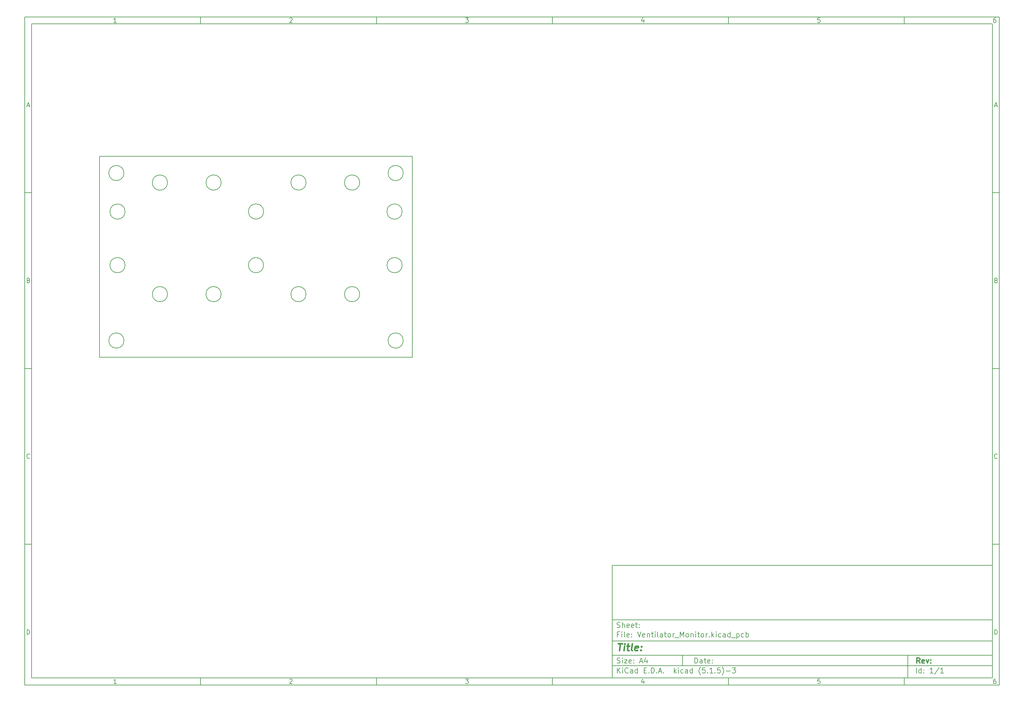
<source format=gbr>
G04 #@! TF.GenerationSoftware,KiCad,Pcbnew,(5.1.5)-3*
G04 #@! TF.CreationDate,2020-04-28T22:00:42-04:00*
G04 #@! TF.ProjectId,Ventilator_Monitor,56656e74-696c-4617-946f-725f4d6f6e69,rev?*
G04 #@! TF.SameCoordinates,Original*
G04 #@! TF.FileFunction,Profile,NP*
%FSLAX46Y46*%
G04 Gerber Fmt 4.6, Leading zero omitted, Abs format (unit mm)*
G04 Created by KiCad (PCBNEW (5.1.5)-3) date 2020-04-28 22:00:42*
%MOMM*%
%LPD*%
G04 APERTURE LIST*
%ADD10C,0.100000*%
%ADD11C,0.150000*%
%ADD12C,0.300000*%
%ADD13C,0.400000*%
%ADD14C,0.177800*%
G04 APERTURE END LIST*
D10*
D11*
X177002200Y-166007200D02*
X177002200Y-198007200D01*
X285002200Y-198007200D01*
X285002200Y-166007200D01*
X177002200Y-166007200D01*
D10*
D11*
X10000000Y-10000000D02*
X10000000Y-200007200D01*
X287002200Y-200007200D01*
X287002200Y-10000000D01*
X10000000Y-10000000D01*
D10*
D11*
X12000000Y-12000000D02*
X12000000Y-198007200D01*
X285002200Y-198007200D01*
X285002200Y-12000000D01*
X12000000Y-12000000D01*
D10*
D11*
X60000000Y-12000000D02*
X60000000Y-10000000D01*
D10*
D11*
X110000000Y-12000000D02*
X110000000Y-10000000D01*
D10*
D11*
X160000000Y-12000000D02*
X160000000Y-10000000D01*
D10*
D11*
X210000000Y-12000000D02*
X210000000Y-10000000D01*
D10*
D11*
X260000000Y-12000000D02*
X260000000Y-10000000D01*
D10*
D11*
X36065476Y-11588095D02*
X35322619Y-11588095D01*
X35694047Y-11588095D02*
X35694047Y-10288095D01*
X35570238Y-10473809D01*
X35446428Y-10597619D01*
X35322619Y-10659523D01*
D10*
D11*
X85322619Y-10411904D02*
X85384523Y-10350000D01*
X85508333Y-10288095D01*
X85817857Y-10288095D01*
X85941666Y-10350000D01*
X86003571Y-10411904D01*
X86065476Y-10535714D01*
X86065476Y-10659523D01*
X86003571Y-10845238D01*
X85260714Y-11588095D01*
X86065476Y-11588095D01*
D10*
D11*
X135260714Y-10288095D02*
X136065476Y-10288095D01*
X135632142Y-10783333D01*
X135817857Y-10783333D01*
X135941666Y-10845238D01*
X136003571Y-10907142D01*
X136065476Y-11030952D01*
X136065476Y-11340476D01*
X136003571Y-11464285D01*
X135941666Y-11526190D01*
X135817857Y-11588095D01*
X135446428Y-11588095D01*
X135322619Y-11526190D01*
X135260714Y-11464285D01*
D10*
D11*
X185941666Y-10721428D02*
X185941666Y-11588095D01*
X185632142Y-10226190D02*
X185322619Y-11154761D01*
X186127380Y-11154761D01*
D10*
D11*
X236003571Y-10288095D02*
X235384523Y-10288095D01*
X235322619Y-10907142D01*
X235384523Y-10845238D01*
X235508333Y-10783333D01*
X235817857Y-10783333D01*
X235941666Y-10845238D01*
X236003571Y-10907142D01*
X236065476Y-11030952D01*
X236065476Y-11340476D01*
X236003571Y-11464285D01*
X235941666Y-11526190D01*
X235817857Y-11588095D01*
X235508333Y-11588095D01*
X235384523Y-11526190D01*
X235322619Y-11464285D01*
D10*
D11*
X285941666Y-10288095D02*
X285694047Y-10288095D01*
X285570238Y-10350000D01*
X285508333Y-10411904D01*
X285384523Y-10597619D01*
X285322619Y-10845238D01*
X285322619Y-11340476D01*
X285384523Y-11464285D01*
X285446428Y-11526190D01*
X285570238Y-11588095D01*
X285817857Y-11588095D01*
X285941666Y-11526190D01*
X286003571Y-11464285D01*
X286065476Y-11340476D01*
X286065476Y-11030952D01*
X286003571Y-10907142D01*
X285941666Y-10845238D01*
X285817857Y-10783333D01*
X285570238Y-10783333D01*
X285446428Y-10845238D01*
X285384523Y-10907142D01*
X285322619Y-11030952D01*
D10*
D11*
X60000000Y-198007200D02*
X60000000Y-200007200D01*
D10*
D11*
X110000000Y-198007200D02*
X110000000Y-200007200D01*
D10*
D11*
X160000000Y-198007200D02*
X160000000Y-200007200D01*
D10*
D11*
X210000000Y-198007200D02*
X210000000Y-200007200D01*
D10*
D11*
X260000000Y-198007200D02*
X260000000Y-200007200D01*
D10*
D11*
X36065476Y-199595295D02*
X35322619Y-199595295D01*
X35694047Y-199595295D02*
X35694047Y-198295295D01*
X35570238Y-198481009D01*
X35446428Y-198604819D01*
X35322619Y-198666723D01*
D10*
D11*
X85322619Y-198419104D02*
X85384523Y-198357200D01*
X85508333Y-198295295D01*
X85817857Y-198295295D01*
X85941666Y-198357200D01*
X86003571Y-198419104D01*
X86065476Y-198542914D01*
X86065476Y-198666723D01*
X86003571Y-198852438D01*
X85260714Y-199595295D01*
X86065476Y-199595295D01*
D10*
D11*
X135260714Y-198295295D02*
X136065476Y-198295295D01*
X135632142Y-198790533D01*
X135817857Y-198790533D01*
X135941666Y-198852438D01*
X136003571Y-198914342D01*
X136065476Y-199038152D01*
X136065476Y-199347676D01*
X136003571Y-199471485D01*
X135941666Y-199533390D01*
X135817857Y-199595295D01*
X135446428Y-199595295D01*
X135322619Y-199533390D01*
X135260714Y-199471485D01*
D10*
D11*
X185941666Y-198728628D02*
X185941666Y-199595295D01*
X185632142Y-198233390D02*
X185322619Y-199161961D01*
X186127380Y-199161961D01*
D10*
D11*
X236003571Y-198295295D02*
X235384523Y-198295295D01*
X235322619Y-198914342D01*
X235384523Y-198852438D01*
X235508333Y-198790533D01*
X235817857Y-198790533D01*
X235941666Y-198852438D01*
X236003571Y-198914342D01*
X236065476Y-199038152D01*
X236065476Y-199347676D01*
X236003571Y-199471485D01*
X235941666Y-199533390D01*
X235817857Y-199595295D01*
X235508333Y-199595295D01*
X235384523Y-199533390D01*
X235322619Y-199471485D01*
D10*
D11*
X285941666Y-198295295D02*
X285694047Y-198295295D01*
X285570238Y-198357200D01*
X285508333Y-198419104D01*
X285384523Y-198604819D01*
X285322619Y-198852438D01*
X285322619Y-199347676D01*
X285384523Y-199471485D01*
X285446428Y-199533390D01*
X285570238Y-199595295D01*
X285817857Y-199595295D01*
X285941666Y-199533390D01*
X286003571Y-199471485D01*
X286065476Y-199347676D01*
X286065476Y-199038152D01*
X286003571Y-198914342D01*
X285941666Y-198852438D01*
X285817857Y-198790533D01*
X285570238Y-198790533D01*
X285446428Y-198852438D01*
X285384523Y-198914342D01*
X285322619Y-199038152D01*
D10*
D11*
X10000000Y-60000000D02*
X12000000Y-60000000D01*
D10*
D11*
X10000000Y-110000000D02*
X12000000Y-110000000D01*
D10*
D11*
X10000000Y-160000000D02*
X12000000Y-160000000D01*
D10*
D11*
X10690476Y-35216666D02*
X11309523Y-35216666D01*
X10566666Y-35588095D02*
X11000000Y-34288095D01*
X11433333Y-35588095D01*
D10*
D11*
X11092857Y-84907142D02*
X11278571Y-84969047D01*
X11340476Y-85030952D01*
X11402380Y-85154761D01*
X11402380Y-85340476D01*
X11340476Y-85464285D01*
X11278571Y-85526190D01*
X11154761Y-85588095D01*
X10659523Y-85588095D01*
X10659523Y-84288095D01*
X11092857Y-84288095D01*
X11216666Y-84350000D01*
X11278571Y-84411904D01*
X11340476Y-84535714D01*
X11340476Y-84659523D01*
X11278571Y-84783333D01*
X11216666Y-84845238D01*
X11092857Y-84907142D01*
X10659523Y-84907142D01*
D10*
D11*
X11402380Y-135464285D02*
X11340476Y-135526190D01*
X11154761Y-135588095D01*
X11030952Y-135588095D01*
X10845238Y-135526190D01*
X10721428Y-135402380D01*
X10659523Y-135278571D01*
X10597619Y-135030952D01*
X10597619Y-134845238D01*
X10659523Y-134597619D01*
X10721428Y-134473809D01*
X10845238Y-134350000D01*
X11030952Y-134288095D01*
X11154761Y-134288095D01*
X11340476Y-134350000D01*
X11402380Y-134411904D01*
D10*
D11*
X10659523Y-185588095D02*
X10659523Y-184288095D01*
X10969047Y-184288095D01*
X11154761Y-184350000D01*
X11278571Y-184473809D01*
X11340476Y-184597619D01*
X11402380Y-184845238D01*
X11402380Y-185030952D01*
X11340476Y-185278571D01*
X11278571Y-185402380D01*
X11154761Y-185526190D01*
X10969047Y-185588095D01*
X10659523Y-185588095D01*
D10*
D11*
X287002200Y-60000000D02*
X285002200Y-60000000D01*
D10*
D11*
X287002200Y-110000000D02*
X285002200Y-110000000D01*
D10*
D11*
X287002200Y-160000000D02*
X285002200Y-160000000D01*
D10*
D11*
X285692676Y-35216666D02*
X286311723Y-35216666D01*
X285568866Y-35588095D02*
X286002200Y-34288095D01*
X286435533Y-35588095D01*
D10*
D11*
X286095057Y-84907142D02*
X286280771Y-84969047D01*
X286342676Y-85030952D01*
X286404580Y-85154761D01*
X286404580Y-85340476D01*
X286342676Y-85464285D01*
X286280771Y-85526190D01*
X286156961Y-85588095D01*
X285661723Y-85588095D01*
X285661723Y-84288095D01*
X286095057Y-84288095D01*
X286218866Y-84350000D01*
X286280771Y-84411904D01*
X286342676Y-84535714D01*
X286342676Y-84659523D01*
X286280771Y-84783333D01*
X286218866Y-84845238D01*
X286095057Y-84907142D01*
X285661723Y-84907142D01*
D10*
D11*
X286404580Y-135464285D02*
X286342676Y-135526190D01*
X286156961Y-135588095D01*
X286033152Y-135588095D01*
X285847438Y-135526190D01*
X285723628Y-135402380D01*
X285661723Y-135278571D01*
X285599819Y-135030952D01*
X285599819Y-134845238D01*
X285661723Y-134597619D01*
X285723628Y-134473809D01*
X285847438Y-134350000D01*
X286033152Y-134288095D01*
X286156961Y-134288095D01*
X286342676Y-134350000D01*
X286404580Y-134411904D01*
D10*
D11*
X285661723Y-185588095D02*
X285661723Y-184288095D01*
X285971247Y-184288095D01*
X286156961Y-184350000D01*
X286280771Y-184473809D01*
X286342676Y-184597619D01*
X286404580Y-184845238D01*
X286404580Y-185030952D01*
X286342676Y-185278571D01*
X286280771Y-185402380D01*
X286156961Y-185526190D01*
X285971247Y-185588095D01*
X285661723Y-185588095D01*
D10*
D11*
X200434342Y-193785771D02*
X200434342Y-192285771D01*
X200791485Y-192285771D01*
X201005771Y-192357200D01*
X201148628Y-192500057D01*
X201220057Y-192642914D01*
X201291485Y-192928628D01*
X201291485Y-193142914D01*
X201220057Y-193428628D01*
X201148628Y-193571485D01*
X201005771Y-193714342D01*
X200791485Y-193785771D01*
X200434342Y-193785771D01*
X202577200Y-193785771D02*
X202577200Y-193000057D01*
X202505771Y-192857200D01*
X202362914Y-192785771D01*
X202077200Y-192785771D01*
X201934342Y-192857200D01*
X202577200Y-193714342D02*
X202434342Y-193785771D01*
X202077200Y-193785771D01*
X201934342Y-193714342D01*
X201862914Y-193571485D01*
X201862914Y-193428628D01*
X201934342Y-193285771D01*
X202077200Y-193214342D01*
X202434342Y-193214342D01*
X202577200Y-193142914D01*
X203077200Y-192785771D02*
X203648628Y-192785771D01*
X203291485Y-192285771D02*
X203291485Y-193571485D01*
X203362914Y-193714342D01*
X203505771Y-193785771D01*
X203648628Y-193785771D01*
X204720057Y-193714342D02*
X204577200Y-193785771D01*
X204291485Y-193785771D01*
X204148628Y-193714342D01*
X204077200Y-193571485D01*
X204077200Y-193000057D01*
X204148628Y-192857200D01*
X204291485Y-192785771D01*
X204577200Y-192785771D01*
X204720057Y-192857200D01*
X204791485Y-193000057D01*
X204791485Y-193142914D01*
X204077200Y-193285771D01*
X205434342Y-193642914D02*
X205505771Y-193714342D01*
X205434342Y-193785771D01*
X205362914Y-193714342D01*
X205434342Y-193642914D01*
X205434342Y-193785771D01*
X205434342Y-192857200D02*
X205505771Y-192928628D01*
X205434342Y-193000057D01*
X205362914Y-192928628D01*
X205434342Y-192857200D01*
X205434342Y-193000057D01*
D10*
D11*
X177002200Y-194507200D02*
X285002200Y-194507200D01*
D10*
D11*
X178434342Y-196585771D02*
X178434342Y-195085771D01*
X179291485Y-196585771D02*
X178648628Y-195728628D01*
X179291485Y-195085771D02*
X178434342Y-195942914D01*
X179934342Y-196585771D02*
X179934342Y-195585771D01*
X179934342Y-195085771D02*
X179862914Y-195157200D01*
X179934342Y-195228628D01*
X180005771Y-195157200D01*
X179934342Y-195085771D01*
X179934342Y-195228628D01*
X181505771Y-196442914D02*
X181434342Y-196514342D01*
X181220057Y-196585771D01*
X181077200Y-196585771D01*
X180862914Y-196514342D01*
X180720057Y-196371485D01*
X180648628Y-196228628D01*
X180577200Y-195942914D01*
X180577200Y-195728628D01*
X180648628Y-195442914D01*
X180720057Y-195300057D01*
X180862914Y-195157200D01*
X181077200Y-195085771D01*
X181220057Y-195085771D01*
X181434342Y-195157200D01*
X181505771Y-195228628D01*
X182791485Y-196585771D02*
X182791485Y-195800057D01*
X182720057Y-195657200D01*
X182577200Y-195585771D01*
X182291485Y-195585771D01*
X182148628Y-195657200D01*
X182791485Y-196514342D02*
X182648628Y-196585771D01*
X182291485Y-196585771D01*
X182148628Y-196514342D01*
X182077200Y-196371485D01*
X182077200Y-196228628D01*
X182148628Y-196085771D01*
X182291485Y-196014342D01*
X182648628Y-196014342D01*
X182791485Y-195942914D01*
X184148628Y-196585771D02*
X184148628Y-195085771D01*
X184148628Y-196514342D02*
X184005771Y-196585771D01*
X183720057Y-196585771D01*
X183577200Y-196514342D01*
X183505771Y-196442914D01*
X183434342Y-196300057D01*
X183434342Y-195871485D01*
X183505771Y-195728628D01*
X183577200Y-195657200D01*
X183720057Y-195585771D01*
X184005771Y-195585771D01*
X184148628Y-195657200D01*
X186005771Y-195800057D02*
X186505771Y-195800057D01*
X186720057Y-196585771D02*
X186005771Y-196585771D01*
X186005771Y-195085771D01*
X186720057Y-195085771D01*
X187362914Y-196442914D02*
X187434342Y-196514342D01*
X187362914Y-196585771D01*
X187291485Y-196514342D01*
X187362914Y-196442914D01*
X187362914Y-196585771D01*
X188077200Y-196585771D02*
X188077200Y-195085771D01*
X188434342Y-195085771D01*
X188648628Y-195157200D01*
X188791485Y-195300057D01*
X188862914Y-195442914D01*
X188934342Y-195728628D01*
X188934342Y-195942914D01*
X188862914Y-196228628D01*
X188791485Y-196371485D01*
X188648628Y-196514342D01*
X188434342Y-196585771D01*
X188077200Y-196585771D01*
X189577200Y-196442914D02*
X189648628Y-196514342D01*
X189577200Y-196585771D01*
X189505771Y-196514342D01*
X189577200Y-196442914D01*
X189577200Y-196585771D01*
X190220057Y-196157200D02*
X190934342Y-196157200D01*
X190077200Y-196585771D02*
X190577200Y-195085771D01*
X191077200Y-196585771D01*
X191577200Y-196442914D02*
X191648628Y-196514342D01*
X191577200Y-196585771D01*
X191505771Y-196514342D01*
X191577200Y-196442914D01*
X191577200Y-196585771D01*
X194577200Y-196585771D02*
X194577200Y-195085771D01*
X194720057Y-196014342D02*
X195148628Y-196585771D01*
X195148628Y-195585771D02*
X194577200Y-196157200D01*
X195791485Y-196585771D02*
X195791485Y-195585771D01*
X195791485Y-195085771D02*
X195720057Y-195157200D01*
X195791485Y-195228628D01*
X195862914Y-195157200D01*
X195791485Y-195085771D01*
X195791485Y-195228628D01*
X197148628Y-196514342D02*
X197005771Y-196585771D01*
X196720057Y-196585771D01*
X196577200Y-196514342D01*
X196505771Y-196442914D01*
X196434342Y-196300057D01*
X196434342Y-195871485D01*
X196505771Y-195728628D01*
X196577200Y-195657200D01*
X196720057Y-195585771D01*
X197005771Y-195585771D01*
X197148628Y-195657200D01*
X198434342Y-196585771D02*
X198434342Y-195800057D01*
X198362914Y-195657200D01*
X198220057Y-195585771D01*
X197934342Y-195585771D01*
X197791485Y-195657200D01*
X198434342Y-196514342D02*
X198291485Y-196585771D01*
X197934342Y-196585771D01*
X197791485Y-196514342D01*
X197720057Y-196371485D01*
X197720057Y-196228628D01*
X197791485Y-196085771D01*
X197934342Y-196014342D01*
X198291485Y-196014342D01*
X198434342Y-195942914D01*
X199791485Y-196585771D02*
X199791485Y-195085771D01*
X199791485Y-196514342D02*
X199648628Y-196585771D01*
X199362914Y-196585771D01*
X199220057Y-196514342D01*
X199148628Y-196442914D01*
X199077200Y-196300057D01*
X199077200Y-195871485D01*
X199148628Y-195728628D01*
X199220057Y-195657200D01*
X199362914Y-195585771D01*
X199648628Y-195585771D01*
X199791485Y-195657200D01*
X202077200Y-197157200D02*
X202005771Y-197085771D01*
X201862914Y-196871485D01*
X201791485Y-196728628D01*
X201720057Y-196514342D01*
X201648628Y-196157200D01*
X201648628Y-195871485D01*
X201720057Y-195514342D01*
X201791485Y-195300057D01*
X201862914Y-195157200D01*
X202005771Y-194942914D01*
X202077200Y-194871485D01*
X203362914Y-195085771D02*
X202648628Y-195085771D01*
X202577200Y-195800057D01*
X202648628Y-195728628D01*
X202791485Y-195657200D01*
X203148628Y-195657200D01*
X203291485Y-195728628D01*
X203362914Y-195800057D01*
X203434342Y-195942914D01*
X203434342Y-196300057D01*
X203362914Y-196442914D01*
X203291485Y-196514342D01*
X203148628Y-196585771D01*
X202791485Y-196585771D01*
X202648628Y-196514342D01*
X202577200Y-196442914D01*
X204077200Y-196442914D02*
X204148628Y-196514342D01*
X204077200Y-196585771D01*
X204005771Y-196514342D01*
X204077200Y-196442914D01*
X204077200Y-196585771D01*
X205577200Y-196585771D02*
X204720057Y-196585771D01*
X205148628Y-196585771D02*
X205148628Y-195085771D01*
X205005771Y-195300057D01*
X204862914Y-195442914D01*
X204720057Y-195514342D01*
X206220057Y-196442914D02*
X206291485Y-196514342D01*
X206220057Y-196585771D01*
X206148628Y-196514342D01*
X206220057Y-196442914D01*
X206220057Y-196585771D01*
X207648628Y-195085771D02*
X206934342Y-195085771D01*
X206862914Y-195800057D01*
X206934342Y-195728628D01*
X207077200Y-195657200D01*
X207434342Y-195657200D01*
X207577200Y-195728628D01*
X207648628Y-195800057D01*
X207720057Y-195942914D01*
X207720057Y-196300057D01*
X207648628Y-196442914D01*
X207577200Y-196514342D01*
X207434342Y-196585771D01*
X207077200Y-196585771D01*
X206934342Y-196514342D01*
X206862914Y-196442914D01*
X208220057Y-197157200D02*
X208291485Y-197085771D01*
X208434342Y-196871485D01*
X208505771Y-196728628D01*
X208577200Y-196514342D01*
X208648628Y-196157200D01*
X208648628Y-195871485D01*
X208577200Y-195514342D01*
X208505771Y-195300057D01*
X208434342Y-195157200D01*
X208291485Y-194942914D01*
X208220057Y-194871485D01*
X209362914Y-196014342D02*
X210505771Y-196014342D01*
X211077200Y-195085771D02*
X212005771Y-195085771D01*
X211505771Y-195657200D01*
X211720057Y-195657200D01*
X211862914Y-195728628D01*
X211934342Y-195800057D01*
X212005771Y-195942914D01*
X212005771Y-196300057D01*
X211934342Y-196442914D01*
X211862914Y-196514342D01*
X211720057Y-196585771D01*
X211291485Y-196585771D01*
X211148628Y-196514342D01*
X211077200Y-196442914D01*
D10*
D11*
X177002200Y-191507200D02*
X285002200Y-191507200D01*
D10*
D12*
X264411485Y-193785771D02*
X263911485Y-193071485D01*
X263554342Y-193785771D02*
X263554342Y-192285771D01*
X264125771Y-192285771D01*
X264268628Y-192357200D01*
X264340057Y-192428628D01*
X264411485Y-192571485D01*
X264411485Y-192785771D01*
X264340057Y-192928628D01*
X264268628Y-193000057D01*
X264125771Y-193071485D01*
X263554342Y-193071485D01*
X265625771Y-193714342D02*
X265482914Y-193785771D01*
X265197200Y-193785771D01*
X265054342Y-193714342D01*
X264982914Y-193571485D01*
X264982914Y-193000057D01*
X265054342Y-192857200D01*
X265197200Y-192785771D01*
X265482914Y-192785771D01*
X265625771Y-192857200D01*
X265697200Y-193000057D01*
X265697200Y-193142914D01*
X264982914Y-193285771D01*
X266197200Y-192785771D02*
X266554342Y-193785771D01*
X266911485Y-192785771D01*
X267482914Y-193642914D02*
X267554342Y-193714342D01*
X267482914Y-193785771D01*
X267411485Y-193714342D01*
X267482914Y-193642914D01*
X267482914Y-193785771D01*
X267482914Y-192857200D02*
X267554342Y-192928628D01*
X267482914Y-193000057D01*
X267411485Y-192928628D01*
X267482914Y-192857200D01*
X267482914Y-193000057D01*
D10*
D11*
X178362914Y-193714342D02*
X178577200Y-193785771D01*
X178934342Y-193785771D01*
X179077200Y-193714342D01*
X179148628Y-193642914D01*
X179220057Y-193500057D01*
X179220057Y-193357200D01*
X179148628Y-193214342D01*
X179077200Y-193142914D01*
X178934342Y-193071485D01*
X178648628Y-193000057D01*
X178505771Y-192928628D01*
X178434342Y-192857200D01*
X178362914Y-192714342D01*
X178362914Y-192571485D01*
X178434342Y-192428628D01*
X178505771Y-192357200D01*
X178648628Y-192285771D01*
X179005771Y-192285771D01*
X179220057Y-192357200D01*
X179862914Y-193785771D02*
X179862914Y-192785771D01*
X179862914Y-192285771D02*
X179791485Y-192357200D01*
X179862914Y-192428628D01*
X179934342Y-192357200D01*
X179862914Y-192285771D01*
X179862914Y-192428628D01*
X180434342Y-192785771D02*
X181220057Y-192785771D01*
X180434342Y-193785771D01*
X181220057Y-193785771D01*
X182362914Y-193714342D02*
X182220057Y-193785771D01*
X181934342Y-193785771D01*
X181791485Y-193714342D01*
X181720057Y-193571485D01*
X181720057Y-193000057D01*
X181791485Y-192857200D01*
X181934342Y-192785771D01*
X182220057Y-192785771D01*
X182362914Y-192857200D01*
X182434342Y-193000057D01*
X182434342Y-193142914D01*
X181720057Y-193285771D01*
X183077200Y-193642914D02*
X183148628Y-193714342D01*
X183077200Y-193785771D01*
X183005771Y-193714342D01*
X183077200Y-193642914D01*
X183077200Y-193785771D01*
X183077200Y-192857200D02*
X183148628Y-192928628D01*
X183077200Y-193000057D01*
X183005771Y-192928628D01*
X183077200Y-192857200D01*
X183077200Y-193000057D01*
X184862914Y-193357200D02*
X185577200Y-193357200D01*
X184720057Y-193785771D02*
X185220057Y-192285771D01*
X185720057Y-193785771D01*
X186862914Y-192785771D02*
X186862914Y-193785771D01*
X186505771Y-192214342D02*
X186148628Y-193285771D01*
X187077200Y-193285771D01*
D10*
D11*
X263434342Y-196585771D02*
X263434342Y-195085771D01*
X264791485Y-196585771D02*
X264791485Y-195085771D01*
X264791485Y-196514342D02*
X264648628Y-196585771D01*
X264362914Y-196585771D01*
X264220057Y-196514342D01*
X264148628Y-196442914D01*
X264077200Y-196300057D01*
X264077200Y-195871485D01*
X264148628Y-195728628D01*
X264220057Y-195657200D01*
X264362914Y-195585771D01*
X264648628Y-195585771D01*
X264791485Y-195657200D01*
X265505771Y-196442914D02*
X265577200Y-196514342D01*
X265505771Y-196585771D01*
X265434342Y-196514342D01*
X265505771Y-196442914D01*
X265505771Y-196585771D01*
X265505771Y-195657200D02*
X265577200Y-195728628D01*
X265505771Y-195800057D01*
X265434342Y-195728628D01*
X265505771Y-195657200D01*
X265505771Y-195800057D01*
X268148628Y-196585771D02*
X267291485Y-196585771D01*
X267720057Y-196585771D02*
X267720057Y-195085771D01*
X267577200Y-195300057D01*
X267434342Y-195442914D01*
X267291485Y-195514342D01*
X269862914Y-195014342D02*
X268577200Y-196942914D01*
X271148628Y-196585771D02*
X270291485Y-196585771D01*
X270720057Y-196585771D02*
X270720057Y-195085771D01*
X270577200Y-195300057D01*
X270434342Y-195442914D01*
X270291485Y-195514342D01*
D10*
D11*
X177002200Y-187507200D02*
X285002200Y-187507200D01*
D10*
D13*
X178714580Y-188211961D02*
X179857438Y-188211961D01*
X179036009Y-190211961D02*
X179286009Y-188211961D01*
X180274104Y-190211961D02*
X180440771Y-188878628D01*
X180524104Y-188211961D02*
X180416961Y-188307200D01*
X180500295Y-188402438D01*
X180607438Y-188307200D01*
X180524104Y-188211961D01*
X180500295Y-188402438D01*
X181107438Y-188878628D02*
X181869342Y-188878628D01*
X181476485Y-188211961D02*
X181262200Y-189926247D01*
X181333628Y-190116723D01*
X181512200Y-190211961D01*
X181702676Y-190211961D01*
X182655057Y-190211961D02*
X182476485Y-190116723D01*
X182405057Y-189926247D01*
X182619342Y-188211961D01*
X184190771Y-190116723D02*
X183988390Y-190211961D01*
X183607438Y-190211961D01*
X183428866Y-190116723D01*
X183357438Y-189926247D01*
X183452676Y-189164342D01*
X183571723Y-188973866D01*
X183774104Y-188878628D01*
X184155057Y-188878628D01*
X184333628Y-188973866D01*
X184405057Y-189164342D01*
X184381247Y-189354819D01*
X183405057Y-189545295D01*
X185155057Y-190021485D02*
X185238390Y-190116723D01*
X185131247Y-190211961D01*
X185047914Y-190116723D01*
X185155057Y-190021485D01*
X185131247Y-190211961D01*
X185286009Y-188973866D02*
X185369342Y-189069104D01*
X185262200Y-189164342D01*
X185178866Y-189069104D01*
X185286009Y-188973866D01*
X185262200Y-189164342D01*
D10*
D11*
X178934342Y-185600057D02*
X178434342Y-185600057D01*
X178434342Y-186385771D02*
X178434342Y-184885771D01*
X179148628Y-184885771D01*
X179720057Y-186385771D02*
X179720057Y-185385771D01*
X179720057Y-184885771D02*
X179648628Y-184957200D01*
X179720057Y-185028628D01*
X179791485Y-184957200D01*
X179720057Y-184885771D01*
X179720057Y-185028628D01*
X180648628Y-186385771D02*
X180505771Y-186314342D01*
X180434342Y-186171485D01*
X180434342Y-184885771D01*
X181791485Y-186314342D02*
X181648628Y-186385771D01*
X181362914Y-186385771D01*
X181220057Y-186314342D01*
X181148628Y-186171485D01*
X181148628Y-185600057D01*
X181220057Y-185457200D01*
X181362914Y-185385771D01*
X181648628Y-185385771D01*
X181791485Y-185457200D01*
X181862914Y-185600057D01*
X181862914Y-185742914D01*
X181148628Y-185885771D01*
X182505771Y-186242914D02*
X182577200Y-186314342D01*
X182505771Y-186385771D01*
X182434342Y-186314342D01*
X182505771Y-186242914D01*
X182505771Y-186385771D01*
X182505771Y-185457200D02*
X182577200Y-185528628D01*
X182505771Y-185600057D01*
X182434342Y-185528628D01*
X182505771Y-185457200D01*
X182505771Y-185600057D01*
X184148628Y-184885771D02*
X184648628Y-186385771D01*
X185148628Y-184885771D01*
X186220057Y-186314342D02*
X186077200Y-186385771D01*
X185791485Y-186385771D01*
X185648628Y-186314342D01*
X185577200Y-186171485D01*
X185577200Y-185600057D01*
X185648628Y-185457200D01*
X185791485Y-185385771D01*
X186077200Y-185385771D01*
X186220057Y-185457200D01*
X186291485Y-185600057D01*
X186291485Y-185742914D01*
X185577200Y-185885771D01*
X186934342Y-185385771D02*
X186934342Y-186385771D01*
X186934342Y-185528628D02*
X187005771Y-185457200D01*
X187148628Y-185385771D01*
X187362914Y-185385771D01*
X187505771Y-185457200D01*
X187577200Y-185600057D01*
X187577200Y-186385771D01*
X188077200Y-185385771D02*
X188648628Y-185385771D01*
X188291485Y-184885771D02*
X188291485Y-186171485D01*
X188362914Y-186314342D01*
X188505771Y-186385771D01*
X188648628Y-186385771D01*
X189148628Y-186385771D02*
X189148628Y-185385771D01*
X189148628Y-184885771D02*
X189077200Y-184957200D01*
X189148628Y-185028628D01*
X189220057Y-184957200D01*
X189148628Y-184885771D01*
X189148628Y-185028628D01*
X190077200Y-186385771D02*
X189934342Y-186314342D01*
X189862914Y-186171485D01*
X189862914Y-184885771D01*
X191291485Y-186385771D02*
X191291485Y-185600057D01*
X191220057Y-185457200D01*
X191077200Y-185385771D01*
X190791485Y-185385771D01*
X190648628Y-185457200D01*
X191291485Y-186314342D02*
X191148628Y-186385771D01*
X190791485Y-186385771D01*
X190648628Y-186314342D01*
X190577200Y-186171485D01*
X190577200Y-186028628D01*
X190648628Y-185885771D01*
X190791485Y-185814342D01*
X191148628Y-185814342D01*
X191291485Y-185742914D01*
X191791485Y-185385771D02*
X192362914Y-185385771D01*
X192005771Y-184885771D02*
X192005771Y-186171485D01*
X192077200Y-186314342D01*
X192220057Y-186385771D01*
X192362914Y-186385771D01*
X193077200Y-186385771D02*
X192934342Y-186314342D01*
X192862914Y-186242914D01*
X192791485Y-186100057D01*
X192791485Y-185671485D01*
X192862914Y-185528628D01*
X192934342Y-185457200D01*
X193077200Y-185385771D01*
X193291485Y-185385771D01*
X193434342Y-185457200D01*
X193505771Y-185528628D01*
X193577200Y-185671485D01*
X193577200Y-186100057D01*
X193505771Y-186242914D01*
X193434342Y-186314342D01*
X193291485Y-186385771D01*
X193077200Y-186385771D01*
X194220057Y-186385771D02*
X194220057Y-185385771D01*
X194220057Y-185671485D02*
X194291485Y-185528628D01*
X194362914Y-185457200D01*
X194505771Y-185385771D01*
X194648628Y-185385771D01*
X194791485Y-186528628D02*
X195934342Y-186528628D01*
X196291485Y-186385771D02*
X196291485Y-184885771D01*
X196791485Y-185957200D01*
X197291485Y-184885771D01*
X197291485Y-186385771D01*
X198220057Y-186385771D02*
X198077200Y-186314342D01*
X198005771Y-186242914D01*
X197934342Y-186100057D01*
X197934342Y-185671485D01*
X198005771Y-185528628D01*
X198077200Y-185457200D01*
X198220057Y-185385771D01*
X198434342Y-185385771D01*
X198577200Y-185457200D01*
X198648628Y-185528628D01*
X198720057Y-185671485D01*
X198720057Y-186100057D01*
X198648628Y-186242914D01*
X198577200Y-186314342D01*
X198434342Y-186385771D01*
X198220057Y-186385771D01*
X199362914Y-185385771D02*
X199362914Y-186385771D01*
X199362914Y-185528628D02*
X199434342Y-185457200D01*
X199577200Y-185385771D01*
X199791485Y-185385771D01*
X199934342Y-185457200D01*
X200005771Y-185600057D01*
X200005771Y-186385771D01*
X200720057Y-186385771D02*
X200720057Y-185385771D01*
X200720057Y-184885771D02*
X200648628Y-184957200D01*
X200720057Y-185028628D01*
X200791485Y-184957200D01*
X200720057Y-184885771D01*
X200720057Y-185028628D01*
X201220057Y-185385771D02*
X201791485Y-185385771D01*
X201434342Y-184885771D02*
X201434342Y-186171485D01*
X201505771Y-186314342D01*
X201648628Y-186385771D01*
X201791485Y-186385771D01*
X202505771Y-186385771D02*
X202362914Y-186314342D01*
X202291485Y-186242914D01*
X202220057Y-186100057D01*
X202220057Y-185671485D01*
X202291485Y-185528628D01*
X202362914Y-185457200D01*
X202505771Y-185385771D01*
X202720057Y-185385771D01*
X202862914Y-185457200D01*
X202934342Y-185528628D01*
X203005771Y-185671485D01*
X203005771Y-186100057D01*
X202934342Y-186242914D01*
X202862914Y-186314342D01*
X202720057Y-186385771D01*
X202505771Y-186385771D01*
X203648628Y-186385771D02*
X203648628Y-185385771D01*
X203648628Y-185671485D02*
X203720057Y-185528628D01*
X203791485Y-185457200D01*
X203934342Y-185385771D01*
X204077200Y-185385771D01*
X204577200Y-186242914D02*
X204648628Y-186314342D01*
X204577200Y-186385771D01*
X204505771Y-186314342D01*
X204577200Y-186242914D01*
X204577200Y-186385771D01*
X205291485Y-186385771D02*
X205291485Y-184885771D01*
X205434342Y-185814342D02*
X205862914Y-186385771D01*
X205862914Y-185385771D02*
X205291485Y-185957200D01*
X206505771Y-186385771D02*
X206505771Y-185385771D01*
X206505771Y-184885771D02*
X206434342Y-184957200D01*
X206505771Y-185028628D01*
X206577200Y-184957200D01*
X206505771Y-184885771D01*
X206505771Y-185028628D01*
X207862914Y-186314342D02*
X207720057Y-186385771D01*
X207434342Y-186385771D01*
X207291485Y-186314342D01*
X207220057Y-186242914D01*
X207148628Y-186100057D01*
X207148628Y-185671485D01*
X207220057Y-185528628D01*
X207291485Y-185457200D01*
X207434342Y-185385771D01*
X207720057Y-185385771D01*
X207862914Y-185457200D01*
X209148628Y-186385771D02*
X209148628Y-185600057D01*
X209077200Y-185457200D01*
X208934342Y-185385771D01*
X208648628Y-185385771D01*
X208505771Y-185457200D01*
X209148628Y-186314342D02*
X209005771Y-186385771D01*
X208648628Y-186385771D01*
X208505771Y-186314342D01*
X208434342Y-186171485D01*
X208434342Y-186028628D01*
X208505771Y-185885771D01*
X208648628Y-185814342D01*
X209005771Y-185814342D01*
X209148628Y-185742914D01*
X210505771Y-186385771D02*
X210505771Y-184885771D01*
X210505771Y-186314342D02*
X210362914Y-186385771D01*
X210077200Y-186385771D01*
X209934342Y-186314342D01*
X209862914Y-186242914D01*
X209791485Y-186100057D01*
X209791485Y-185671485D01*
X209862914Y-185528628D01*
X209934342Y-185457200D01*
X210077200Y-185385771D01*
X210362914Y-185385771D01*
X210505771Y-185457200D01*
X210862914Y-186528628D02*
X212005771Y-186528628D01*
X212362914Y-185385771D02*
X212362914Y-186885771D01*
X212362914Y-185457200D02*
X212505771Y-185385771D01*
X212791485Y-185385771D01*
X212934342Y-185457200D01*
X213005771Y-185528628D01*
X213077200Y-185671485D01*
X213077200Y-186100057D01*
X213005771Y-186242914D01*
X212934342Y-186314342D01*
X212791485Y-186385771D01*
X212505771Y-186385771D01*
X212362914Y-186314342D01*
X214362914Y-186314342D02*
X214220057Y-186385771D01*
X213934342Y-186385771D01*
X213791485Y-186314342D01*
X213720057Y-186242914D01*
X213648628Y-186100057D01*
X213648628Y-185671485D01*
X213720057Y-185528628D01*
X213791485Y-185457200D01*
X213934342Y-185385771D01*
X214220057Y-185385771D01*
X214362914Y-185457200D01*
X215005771Y-186385771D02*
X215005771Y-184885771D01*
X215005771Y-185457200D02*
X215148628Y-185385771D01*
X215434342Y-185385771D01*
X215577200Y-185457200D01*
X215648628Y-185528628D01*
X215720057Y-185671485D01*
X215720057Y-186100057D01*
X215648628Y-186242914D01*
X215577200Y-186314342D01*
X215434342Y-186385771D01*
X215148628Y-186385771D01*
X215005771Y-186314342D01*
D10*
D11*
X177002200Y-181507200D02*
X285002200Y-181507200D01*
D10*
D11*
X178362914Y-183614342D02*
X178577200Y-183685771D01*
X178934342Y-183685771D01*
X179077200Y-183614342D01*
X179148628Y-183542914D01*
X179220057Y-183400057D01*
X179220057Y-183257200D01*
X179148628Y-183114342D01*
X179077200Y-183042914D01*
X178934342Y-182971485D01*
X178648628Y-182900057D01*
X178505771Y-182828628D01*
X178434342Y-182757200D01*
X178362914Y-182614342D01*
X178362914Y-182471485D01*
X178434342Y-182328628D01*
X178505771Y-182257200D01*
X178648628Y-182185771D01*
X179005771Y-182185771D01*
X179220057Y-182257200D01*
X179862914Y-183685771D02*
X179862914Y-182185771D01*
X180505771Y-183685771D02*
X180505771Y-182900057D01*
X180434342Y-182757200D01*
X180291485Y-182685771D01*
X180077200Y-182685771D01*
X179934342Y-182757200D01*
X179862914Y-182828628D01*
X181791485Y-183614342D02*
X181648628Y-183685771D01*
X181362914Y-183685771D01*
X181220057Y-183614342D01*
X181148628Y-183471485D01*
X181148628Y-182900057D01*
X181220057Y-182757200D01*
X181362914Y-182685771D01*
X181648628Y-182685771D01*
X181791485Y-182757200D01*
X181862914Y-182900057D01*
X181862914Y-183042914D01*
X181148628Y-183185771D01*
X183077200Y-183614342D02*
X182934342Y-183685771D01*
X182648628Y-183685771D01*
X182505771Y-183614342D01*
X182434342Y-183471485D01*
X182434342Y-182900057D01*
X182505771Y-182757200D01*
X182648628Y-182685771D01*
X182934342Y-182685771D01*
X183077200Y-182757200D01*
X183148628Y-182900057D01*
X183148628Y-183042914D01*
X182434342Y-183185771D01*
X183577200Y-182685771D02*
X184148628Y-182685771D01*
X183791485Y-182185771D02*
X183791485Y-183471485D01*
X183862914Y-183614342D01*
X184005771Y-183685771D01*
X184148628Y-183685771D01*
X184648628Y-183542914D02*
X184720057Y-183614342D01*
X184648628Y-183685771D01*
X184577200Y-183614342D01*
X184648628Y-183542914D01*
X184648628Y-183685771D01*
X184648628Y-182757200D02*
X184720057Y-182828628D01*
X184648628Y-182900057D01*
X184577200Y-182828628D01*
X184648628Y-182757200D01*
X184648628Y-182900057D01*
D10*
D11*
X197002200Y-191507200D02*
X197002200Y-194507200D01*
D10*
D11*
X261002200Y-191507200D02*
X261002200Y-198007200D01*
D14*
X38219522Y-102031800D02*
G75*
G03X38219522Y-102031800I-2155261J0D01*
G01*
X38542108Y-80594200D02*
G75*
G03X38542108Y-80594200I-2156608J0D01*
G01*
X50605761Y-88845461D02*
G75*
G03X50605761Y-88845461I-2155261J0D01*
G01*
X65835791Y-88849200D02*
G75*
G03X65835791Y-88849200I-2157991J0D01*
G01*
X77895853Y-80594200D02*
G75*
G03X77895853Y-80594200I-2153053J0D01*
G01*
X89961901Y-88849200D02*
G75*
G03X89961901Y-88849200I-2154101J0D01*
G01*
X117591913Y-102034413D02*
G75*
G03X117591913Y-102034413I-2161613J0D01*
G01*
X105204259Y-88846658D02*
G75*
G03X105204259Y-88846658I-2156459J0D01*
G01*
X117288568Y-80598267D02*
G75*
G03X117288568Y-80598267I-2163068J0D01*
G01*
X117277060Y-65359460D02*
G75*
G03X117277060Y-65359460I-2164260J0D01*
G01*
X117589524Y-54407024D02*
G75*
G03X117589524Y-54407024I-2159224J0D01*
G01*
X105203361Y-57108460D02*
G75*
G03X105203361Y-57108460I-2155561J0D01*
G01*
X89977594Y-57097294D02*
G75*
G03X89977594Y-57097294I-2157094J0D01*
G01*
X77909938Y-65341500D02*
G75*
G03X77909938Y-65341500I-2154438J0D01*
G01*
X65851740Y-57101440D02*
G75*
G03X65851740Y-57101440I-2161240J0D01*
G01*
X38540500Y-65362899D02*
G75*
G03X38540500Y-65362899I-2155000J0D01*
G01*
X50597734Y-57112833D02*
G75*
G03X50597734Y-57112833I-2159934J0D01*
G01*
X38205280Y-54406800D02*
G75*
G03X38205280Y-54406800I-2148140J0D01*
G01*
X120192800Y-106794300D02*
X31305500Y-106794300D01*
X120192800Y-106768900D02*
X120192800Y-106794300D01*
X120192800Y-106730800D02*
X120192800Y-106768900D01*
X120192800Y-49631600D02*
X120192800Y-106730800D01*
X120142000Y-49631600D02*
X120192800Y-49631600D01*
X31623000Y-49644300D02*
X120142000Y-49631600D01*
X31305500Y-106781600D02*
X31305500Y-49644300D01*
X31330900Y-49644300D02*
X31610300Y-49644300D01*
M02*

</source>
